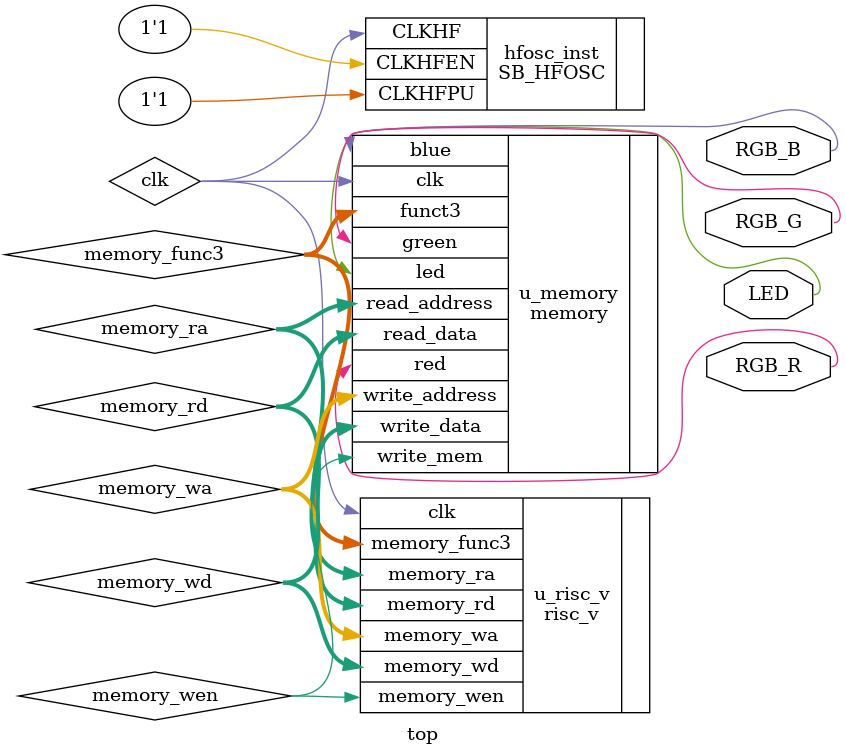
<source format=sv>
`include "riscv.sv"
`include "memory_alt.sv"

module top (
    output logic LED,
    output logic RGB_R,
    output logic RGB_B,
    output logic RGB_G
);

    logic clk;
    SB_HFOSC #(
       .CLKHF_DIV("0b11")  // 48 MHz; 0b00 = 48 MHz, 0b01 = 24 MHz, 0b10 = 12 MHz, 0b11 = 6 MHz
    ) hfosc_inst (
       .CLKHFEN(1'b1),
       .CLKHFPU(1'b1),
     .CLKHF  (clk)
    );

    logic [31:0] memory_ra, memory_wa, memory_rd, memory_wd;
    logic memory_wen;
    logic [2:0] memory_func3;

    risc_v u_risc_v (
        .clk(clk),
        .memory_wen(memory_wen),
        .memory_ra(memory_ra),
        .memory_wa(memory_wa),
        .memory_rd(memory_rd),
        .memory_wd(memory_wd),
        .memory_func3(memory_func3)
    );

    memory #(
        .INIT_FILE("rgb_cycle")
    ) u_memory(
        .clk(clk),
        .write_mem(memory_wen),
        .funct3(memory_func3),
        .write_address(memory_wa),
        .write_data(memory_wd),
        .read_address(memory_ra),
        .read_data(memory_rd),
        .led(LED),
        .red(RGB_R),
        .green(RGB_G),
        .blue(RGB_B)
    );
endmodule
</source>
